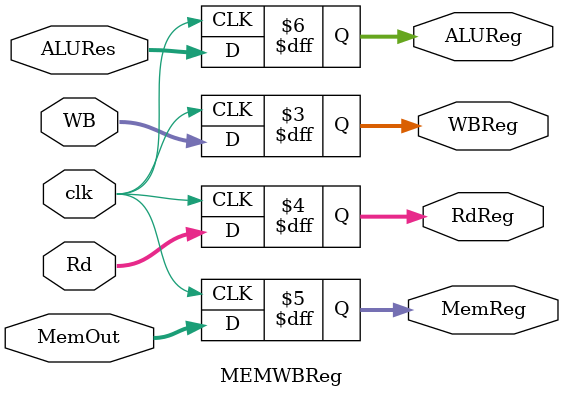
<source format=v>
module MEMWBReg (clk,WB,Rd, MemOut, ALURes,WBReg,RdReg,MemReg,ALUReg);
  input clk;
  input [1:0] WB;
  input [4:0] Rd;
  input [31:0] MemOut, ALURes;

  output reg [1:0] WBReg;
  output reg [4:0] RdReg;
  output reg [31:0] MemReg, ALUReg;

  initial begin
    WBReg = 0;
    RdReg = 0;
    MemReg = 0;
    ALUReg = 0;
  end

  always @(posedge clk)
  begin
  WBReg <= WB;
  RdReg <= Rd;
  MemReg <= MemOut;
  ALUReg <= ALURes;
  end

endmodule

</source>
